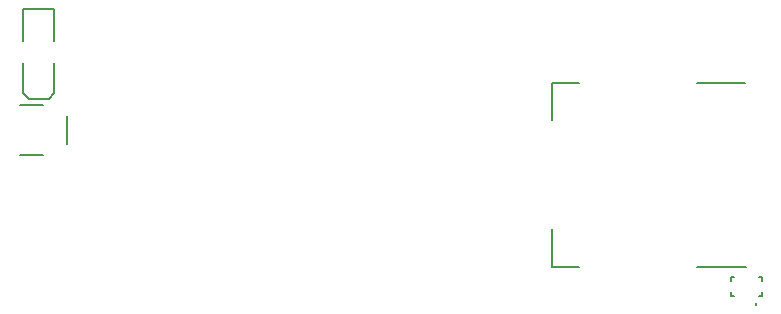
<source format=gbo>
G04 Layer_Color=32896*
%FSLAX43Y43*%
%MOMM*%
G71*
G01*
G75*
%ADD36C,0.254*%
%ADD39C,0.200*%
D36*
X64100Y7575D02*
G03*
X64100Y7575I-25J0D01*
G01*
D39*
X64350Y8300D02*
X64600D01*
Y8625D01*
Y9625D02*
Y9950D01*
X64350D02*
X64600D01*
X62000Y9625D02*
Y9950D01*
X62250D01*
X62000Y8300D02*
Y8625D01*
Y8300D02*
X62250D01*
X59100Y26390D02*
X63200D01*
X59150Y10790D02*
X63250D01*
X46800Y26390D02*
X49100D01*
X46800Y23190D02*
Y26390D01*
Y10790D02*
Y13990D01*
Y10790D02*
X49100D01*
X4675Y25475D02*
Y28025D01*
X2075Y25475D02*
Y28025D01*
Y32625D02*
X4675D01*
Y29925D02*
Y32625D01*
X2075Y29925D02*
Y32625D01*
X4225Y25025D02*
X4675Y25475D01*
X2075D02*
X2525Y25025D01*
X4225D01*
X1775Y24475D02*
X3775D01*
X1775Y20250D02*
X3775D01*
X5775Y21200D02*
Y23550D01*
M02*

</source>
